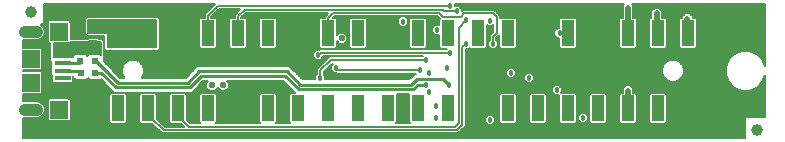
<source format=gtl>
G75*
%MOIN*%
%OFA0B0*%
%FSLAX24Y24*%
%IPPOS*%
%LPD*%
%AMOC8*
5,1,8,0,0,1.08239X$1,22.5*
%
%ADD10C,0.0397*%
%ADD11R,0.0531X0.0157*%
%ADD12R,0.0591X0.0591*%
%ADD13C,0.0397*%
%ADD14R,0.0276X0.0335*%
%ADD15R,0.0236X0.0236*%
%ADD16C,0.0394*%
%ADD17R,0.0433X0.0866*%
%ADD18C,0.0220*%
%ADD19C,0.0060*%
%ADD20C,0.0180*%
%ADD21C,0.0090*%
%ADD22C,0.0200*%
%ADD23C,0.0080*%
D10*
X000712Y014691D02*
X001108Y014691D01*
X001108Y017289D02*
X000712Y017289D01*
D11*
X001985Y016502D03*
X001985Y016246D03*
X001985Y015990D03*
X001985Y015734D03*
X001985Y015478D03*
D12*
X000922Y015596D03*
X000922Y016384D03*
X001867Y017289D03*
X001867Y014691D03*
D13*
X001107Y014691D03*
X000713Y014691D03*
X000713Y017289D03*
X001107Y017289D03*
D14*
X003003Y017466D03*
X003003Y016836D03*
D15*
X002583Y016834D03*
X002583Y017306D03*
X002570Y016302D03*
X003042Y016302D03*
X003060Y015930D03*
X002587Y015930D03*
D16*
X000922Y017959D03*
X025134Y014022D03*
D17*
X022823Y014740D03*
X021823Y014740D03*
X020823Y014740D03*
X019823Y014740D03*
X018823Y014740D03*
X017823Y014740D03*
X016823Y014740D03*
X015823Y014740D03*
X014823Y014740D03*
X013823Y014740D03*
X012823Y014740D03*
X011823Y014740D03*
X010823Y014740D03*
X009823Y014740D03*
X008823Y014740D03*
X007823Y014740D03*
X006823Y014740D03*
X005823Y014740D03*
X004823Y014740D03*
X003823Y014740D03*
X003823Y017240D03*
X004823Y017240D03*
X005823Y017240D03*
X006823Y017240D03*
X007823Y017240D03*
X008823Y017240D03*
X009823Y017240D03*
X010823Y017240D03*
X011823Y017240D03*
X012823Y017240D03*
X013823Y017240D03*
X014823Y017240D03*
X015823Y017240D03*
X016823Y017240D03*
X017823Y017240D03*
X018823Y017240D03*
X019823Y017240D03*
X020823Y017240D03*
X021823Y017240D03*
X022823Y017240D03*
D18*
X020173Y016780D03*
X018223Y016360D03*
X016373Y016510D03*
X015533Y016510D03*
X015513Y015470D03*
X016363Y015470D03*
X012473Y015780D03*
X011623Y015770D03*
X011283Y017070D03*
X012493Y017250D03*
X009323Y016830D03*
X007313Y016430D03*
X005883Y015990D03*
X006963Y015510D03*
X007323Y015510D03*
X008233Y015150D03*
X006153Y017260D03*
X005823Y017780D03*
X004323Y017490D03*
X004323Y017010D03*
X002583Y017550D03*
X002173Y015280D03*
X001793Y015280D03*
X023163Y014750D03*
D19*
X000658Y014413D02*
X000658Y013758D01*
X024711Y013758D01*
X024711Y014428D01*
X024728Y014445D01*
X025398Y014445D01*
X025398Y015849D01*
X025301Y015615D01*
X025115Y015429D01*
X024872Y015329D01*
X024609Y015329D01*
X024366Y015429D01*
X024180Y015615D01*
X024079Y015859D01*
X024079Y016122D01*
X024180Y016365D01*
X024366Y016551D01*
X024609Y016652D01*
X024872Y016652D01*
X025115Y016551D01*
X025301Y016365D01*
X025398Y016132D01*
X025398Y018222D01*
X020946Y018222D01*
X021003Y018165D01*
X021003Y017753D01*
X021073Y017753D01*
X021120Y017706D01*
X021120Y016774D01*
X021073Y016727D01*
X020574Y016727D01*
X020527Y016774D01*
X020527Y017706D01*
X020574Y017753D01*
X020643Y017753D01*
X020643Y018165D01*
X020701Y018222D01*
X015052Y018222D01*
X015053Y018221D01*
X015053Y018140D01*
X015194Y018140D01*
X015293Y018041D01*
X015293Y017996D01*
X015318Y018020D01*
X016369Y018020D01*
X016489Y017900D01*
X016553Y017836D01*
X016553Y017733D01*
X016574Y017753D01*
X017073Y017753D01*
X017120Y017706D01*
X017120Y016774D01*
X017073Y016727D01*
X016574Y016727D01*
X016527Y016774D01*
X016527Y017178D01*
X016489Y017140D01*
X016433Y017085D01*
X016433Y017021D01*
X016493Y016961D01*
X016493Y016820D01*
X016394Y016720D01*
X016253Y016720D01*
X016153Y016820D01*
X016153Y016961D01*
X016213Y017021D01*
X016213Y017176D01*
X016333Y017296D01*
X016333Y017540D01*
X016284Y017490D01*
X016143Y017490D01*
X016120Y017513D01*
X016120Y016774D01*
X016073Y016727D01*
X015574Y016727D01*
X015537Y016764D01*
X015494Y016720D01*
X015413Y016720D01*
X015413Y014145D01*
X015233Y013965D01*
X015169Y013900D01*
X005298Y013900D01*
X004971Y014227D01*
X004574Y014227D01*
X004527Y014274D01*
X004527Y015206D01*
X004574Y015253D01*
X005073Y015253D01*
X005120Y015206D01*
X005120Y014389D01*
X005389Y014120D01*
X006038Y014120D01*
X005931Y014227D01*
X005574Y014227D01*
X005527Y014274D01*
X005527Y015206D01*
X005574Y015253D01*
X006073Y015253D01*
X006120Y015206D01*
X006120Y014349D01*
X006229Y014240D01*
X006561Y014240D01*
X006527Y014274D01*
X006527Y015206D01*
X006574Y015253D01*
X007073Y015253D01*
X007120Y015206D01*
X007120Y014274D01*
X007086Y014240D01*
X008561Y014240D01*
X008527Y014274D01*
X008527Y015206D01*
X008574Y015253D01*
X009073Y015253D01*
X009120Y015206D01*
X009120Y014274D01*
X009086Y014240D01*
X009561Y014240D01*
X009527Y014274D01*
X009527Y015206D01*
X009574Y015253D01*
X009717Y015253D01*
X009667Y015303D01*
X009667Y015303D01*
X009330Y015640D01*
X007462Y015640D01*
X007513Y015589D01*
X007513Y015431D01*
X007402Y015320D01*
X007245Y015320D01*
X007143Y015421D01*
X007042Y015320D01*
X006885Y015320D01*
X006773Y015431D01*
X006773Y015589D01*
X006825Y015640D01*
X006667Y015640D01*
X006287Y015260D01*
X003690Y015260D01*
X003587Y015363D01*
X003250Y015700D01*
X003232Y015682D01*
X002888Y015682D01*
X002823Y015746D01*
X002759Y015682D01*
X002415Y015682D01*
X002339Y015758D01*
X002339Y015815D01*
X002338Y015815D01*
X002331Y015808D01*
X002331Y015622D01*
X002284Y015576D01*
X001686Y015576D01*
X001639Y015622D01*
X001639Y015808D01*
X001589Y015858D01*
X001589Y016289D01*
X001573Y016305D01*
X001573Y016914D01*
X001538Y016914D01*
X001491Y016961D01*
X001491Y017618D01*
X001538Y017665D01*
X002195Y017665D01*
X002242Y017618D01*
X002242Y017060D01*
X002809Y017060D01*
X002832Y017083D01*
X003174Y017083D01*
X003197Y017060D01*
X003289Y017060D01*
X003353Y016996D01*
X003353Y016305D01*
X003353Y016304D01*
X003897Y015760D01*
X004035Y015760D01*
X004013Y015783D01*
X003957Y015917D01*
X003957Y016063D01*
X004013Y016198D01*
X004116Y016301D01*
X004251Y016356D01*
X004396Y016356D01*
X004531Y016301D01*
X004634Y016198D01*
X004690Y016063D01*
X004690Y015917D01*
X004634Y015783D01*
X004611Y015760D01*
X006080Y015760D01*
X006357Y016038D01*
X006460Y016140D01*
X009537Y016140D01*
X009977Y015700D01*
X010393Y015700D01*
X010393Y015821D01*
X010453Y015881D01*
X010453Y016050D01*
X010524Y016120D01*
X010874Y016470D01*
X013983Y016470D01*
X013983Y016470D01*
X010673Y016470D01*
X010673Y016440D01*
X010574Y016340D01*
X010433Y016340D01*
X010333Y016440D01*
X010333Y016581D01*
X010433Y016680D01*
X010504Y016680D01*
X010534Y016710D01*
X014763Y016710D01*
X014780Y016727D01*
X014574Y016727D01*
X014527Y016774D01*
X014527Y017183D01*
X014524Y017180D01*
X014383Y017180D01*
X014283Y017280D01*
X014283Y017421D01*
X014383Y017520D01*
X014524Y017520D01*
X014527Y017517D01*
X014527Y017706D01*
X014549Y017729D01*
X014533Y017745D01*
X014081Y017745D01*
X014073Y017753D02*
X014120Y017706D01*
X014120Y016774D01*
X014073Y016727D01*
X013574Y016727D01*
X013527Y016774D01*
X013527Y017706D01*
X013574Y017753D01*
X014073Y017753D01*
X014120Y017687D02*
X014527Y017687D01*
X014533Y017745D02*
X014478Y017800D01*
X011029Y017800D01*
X010982Y017753D01*
X011073Y017753D01*
X011120Y017706D01*
X011120Y017175D01*
X011205Y017260D01*
X011362Y017260D01*
X011473Y017149D01*
X011473Y016991D01*
X011362Y016880D01*
X011205Y016880D01*
X011120Y016965D01*
X011120Y016774D01*
X011073Y016727D01*
X010574Y016727D01*
X010527Y016774D01*
X010527Y017706D01*
X010574Y017753D01*
X010713Y017753D01*
X010713Y017796D01*
X010838Y017920D01*
X008089Y017920D01*
X007933Y017765D01*
X007933Y017753D01*
X008073Y017753D01*
X008120Y017706D01*
X008120Y016774D01*
X008073Y016727D01*
X007574Y016727D01*
X007527Y016774D01*
X007527Y017706D01*
X007574Y017753D01*
X007713Y017753D01*
X007713Y017856D01*
X007898Y018040D01*
X007189Y018040D01*
X006933Y017785D01*
X006933Y017753D01*
X007073Y017753D01*
X007120Y017706D01*
X007120Y016774D01*
X007073Y016727D01*
X006574Y016727D01*
X006527Y016774D01*
X006527Y017706D01*
X006574Y017753D01*
X006713Y017753D01*
X006713Y017876D01*
X007033Y018196D01*
X007060Y018222D01*
X001346Y018222D01*
X001346Y017553D01*
X001328Y017535D01*
X001243Y017535D01*
X001266Y017525D01*
X001344Y017447D01*
X001387Y017345D01*
X001387Y017234D01*
X001344Y017132D01*
X001266Y017053D01*
X001164Y017011D01*
X000658Y017011D01*
X000658Y016759D01*
X001250Y016759D01*
X001297Y016712D01*
X001297Y016055D01*
X001250Y016009D01*
X000658Y016009D01*
X000658Y015972D01*
X001250Y015972D01*
X001297Y015925D01*
X001297Y015268D01*
X001250Y015221D01*
X000658Y015221D01*
X000658Y014969D01*
X001164Y014969D01*
X001266Y014927D01*
X001344Y014849D01*
X001387Y014746D01*
X001387Y014636D01*
X001344Y014533D01*
X001266Y014455D01*
X001164Y014413D01*
X000658Y014413D01*
X000658Y014411D02*
X001491Y014411D01*
X001491Y014363D02*
X001538Y014316D01*
X002195Y014316D01*
X002242Y014363D01*
X002242Y015019D01*
X002195Y015066D01*
X001538Y015066D01*
X001491Y015019D01*
X001491Y014363D01*
X001502Y014352D02*
X000658Y014352D01*
X000658Y014294D02*
X003527Y014294D01*
X003527Y014274D02*
X003574Y014227D01*
X004073Y014227D01*
X004120Y014274D01*
X004120Y015206D01*
X004073Y015253D01*
X003574Y015253D01*
X003527Y015206D01*
X003527Y014274D01*
X003566Y014235D02*
X000658Y014235D01*
X000658Y014177D02*
X005021Y014177D01*
X005080Y014118D02*
X000658Y014118D01*
X000658Y014060D02*
X005138Y014060D01*
X005197Y014001D02*
X000658Y014001D01*
X000658Y013943D02*
X005255Y013943D01*
X005343Y014010D02*
X004923Y014430D01*
X004923Y014640D01*
X004823Y014740D01*
X004527Y014762D02*
X004120Y014762D01*
X004120Y014820D02*
X004527Y014820D01*
X004527Y014879D02*
X004120Y014879D01*
X004120Y014937D02*
X004527Y014937D01*
X004527Y014996D02*
X004120Y014996D01*
X004120Y015054D02*
X004527Y015054D01*
X004527Y015113D02*
X004120Y015113D01*
X004120Y015171D02*
X004527Y015171D01*
X004550Y015230D02*
X004097Y015230D01*
X003662Y015288D02*
X001297Y015288D01*
X001297Y015347D02*
X003603Y015347D01*
X003545Y015405D02*
X001297Y015405D01*
X001297Y015464D02*
X003486Y015464D01*
X003428Y015522D02*
X001297Y015522D01*
X001297Y015581D02*
X001681Y015581D01*
X001639Y015639D02*
X001297Y015639D01*
X001297Y015698D02*
X001639Y015698D01*
X001639Y015756D02*
X001297Y015756D01*
X001297Y015815D02*
X001632Y015815D01*
X001589Y015873D02*
X001297Y015873D01*
X001290Y015932D02*
X001589Y015932D01*
X001589Y015990D02*
X000658Y015990D01*
X001290Y016049D02*
X001589Y016049D01*
X001589Y016107D02*
X001297Y016107D01*
X001297Y016166D02*
X001589Y016166D01*
X001589Y016224D02*
X001297Y016224D01*
X001297Y016283D02*
X001589Y016283D01*
X001573Y016341D02*
X001297Y016341D01*
X001297Y016400D02*
X001573Y016400D01*
X001573Y016458D02*
X001297Y016458D01*
X001297Y016517D02*
X001573Y016517D01*
X001573Y016575D02*
X001297Y016575D01*
X001297Y016634D02*
X001573Y016634D01*
X001573Y016692D02*
X001297Y016692D01*
X001259Y016751D02*
X001573Y016751D01*
X001573Y016809D02*
X000658Y016809D01*
X000658Y016868D02*
X001573Y016868D01*
X001526Y016926D02*
X000658Y016926D01*
X000658Y016985D02*
X001491Y016985D01*
X001491Y017043D02*
X001242Y017043D01*
X001314Y017102D02*
X001491Y017102D01*
X001491Y017160D02*
X001356Y017160D01*
X001381Y017219D02*
X001491Y017219D01*
X001491Y017277D02*
X001387Y017277D01*
X001387Y017336D02*
X001491Y017336D01*
X001491Y017394D02*
X001366Y017394D01*
X001339Y017453D02*
X001491Y017453D01*
X001491Y017511D02*
X001280Y017511D01*
X001346Y017570D02*
X001491Y017570D01*
X001502Y017628D02*
X001346Y017628D01*
X001346Y017687D02*
X002713Y017687D01*
X002713Y017716D02*
X002713Y017625D01*
X002713Y017205D01*
X002778Y017140D01*
X003373Y017140D01*
X003373Y016725D01*
X003438Y016660D01*
X005149Y016660D01*
X005213Y016725D01*
X005213Y017716D01*
X005149Y017780D01*
X002778Y017780D01*
X002713Y017716D01*
X002743Y017745D02*
X001346Y017745D01*
X001346Y017804D02*
X006713Y017804D01*
X006713Y017862D02*
X001346Y017862D01*
X001346Y017921D02*
X006758Y017921D01*
X006817Y017979D02*
X001346Y017979D01*
X001346Y018038D02*
X006875Y018038D01*
X006934Y018096D02*
X001346Y018096D01*
X001346Y018155D02*
X006992Y018155D01*
X007051Y018213D02*
X001346Y018213D01*
X002232Y017628D02*
X002713Y017628D01*
X002713Y017570D02*
X002242Y017570D01*
X002242Y017511D02*
X002713Y017511D01*
X002713Y017453D02*
X002242Y017453D01*
X002242Y017394D02*
X002713Y017394D01*
X002713Y017336D02*
X002242Y017336D01*
X002242Y017277D02*
X002713Y017277D01*
X002713Y017219D02*
X002242Y017219D01*
X002242Y017160D02*
X002758Y017160D01*
X002823Y017250D02*
X002823Y017670D01*
X005103Y017670D01*
X005103Y016770D01*
X003483Y016770D01*
X003483Y017250D01*
X002823Y017250D01*
X002823Y017277D02*
X005103Y017277D01*
X005103Y017219D02*
X003483Y017219D01*
X003483Y017160D02*
X005103Y017160D01*
X005103Y017102D02*
X003483Y017102D01*
X003483Y017043D02*
X005103Y017043D01*
X005103Y016985D02*
X003483Y016985D01*
X003483Y016926D02*
X005103Y016926D01*
X005103Y016868D02*
X003483Y016868D01*
X003483Y016809D02*
X005103Y016809D01*
X005213Y016809D02*
X006527Y016809D01*
X006527Y016868D02*
X005213Y016868D01*
X005213Y016926D02*
X006527Y016926D01*
X006527Y016985D02*
X005213Y016985D01*
X005213Y017043D02*
X006527Y017043D01*
X006527Y017102D02*
X005213Y017102D01*
X005213Y017160D02*
X006527Y017160D01*
X006527Y017219D02*
X005213Y017219D01*
X005213Y017277D02*
X006527Y017277D01*
X006527Y017336D02*
X005213Y017336D01*
X005213Y017394D02*
X006527Y017394D01*
X006527Y017453D02*
X005213Y017453D01*
X005213Y017511D02*
X006527Y017511D01*
X006527Y017570D02*
X005213Y017570D01*
X005213Y017628D02*
X006527Y017628D01*
X006527Y017687D02*
X005213Y017687D01*
X005184Y017745D02*
X006566Y017745D01*
X006823Y017830D02*
X007143Y018150D01*
X014883Y018150D01*
X015053Y018155D02*
X020643Y018155D01*
X020643Y018096D02*
X015238Y018096D01*
X015293Y018038D02*
X020643Y018038D01*
X020643Y017979D02*
X016410Y017979D01*
X016468Y017921D02*
X020643Y017921D01*
X020643Y017862D02*
X016527Y017862D01*
X016553Y017804D02*
X020643Y017804D01*
X020566Y017745D02*
X019081Y017745D01*
X019073Y017753D02*
X018574Y017753D01*
X018527Y017706D01*
X018527Y017420D01*
X018473Y017420D01*
X018373Y017321D01*
X018373Y017180D01*
X018473Y017080D01*
X018527Y017080D01*
X018527Y016774D01*
X018574Y016727D01*
X019073Y016727D01*
X019120Y016774D01*
X019120Y017706D01*
X019073Y017753D01*
X019120Y017687D02*
X020527Y017687D01*
X020527Y017628D02*
X019120Y017628D01*
X019120Y017570D02*
X020527Y017570D01*
X020527Y017511D02*
X019120Y017511D01*
X019120Y017453D02*
X020527Y017453D01*
X020527Y017394D02*
X019120Y017394D01*
X019120Y017336D02*
X020527Y017336D01*
X020527Y017277D02*
X019120Y017277D01*
X019120Y017219D02*
X020527Y017219D01*
X020527Y017160D02*
X019120Y017160D01*
X019120Y017102D02*
X020527Y017102D01*
X020527Y017043D02*
X019120Y017043D01*
X019120Y016985D02*
X020527Y016985D01*
X020527Y016926D02*
X019120Y016926D01*
X019120Y016868D02*
X020527Y016868D01*
X020527Y016809D02*
X019120Y016809D01*
X019097Y016751D02*
X020550Y016751D01*
X021097Y016751D02*
X021550Y016751D01*
X021527Y016774D02*
X021574Y016727D01*
X022073Y016727D01*
X022120Y016774D01*
X022120Y017706D01*
X022073Y017753D01*
X021963Y017753D01*
X021963Y017985D01*
X021858Y018090D01*
X021709Y018090D01*
X021603Y017985D01*
X021603Y017753D01*
X021574Y017753D01*
X021527Y017706D01*
X021527Y016774D01*
X021527Y016809D02*
X021120Y016809D01*
X021120Y016868D02*
X021527Y016868D01*
X021527Y016926D02*
X021120Y016926D01*
X021120Y016985D02*
X021527Y016985D01*
X021527Y017043D02*
X021120Y017043D01*
X021120Y017102D02*
X021527Y017102D01*
X021527Y017160D02*
X021120Y017160D01*
X021120Y017219D02*
X021527Y017219D01*
X021527Y017277D02*
X021120Y017277D01*
X021120Y017336D02*
X021527Y017336D01*
X021527Y017394D02*
X021120Y017394D01*
X021120Y017453D02*
X021527Y017453D01*
X021527Y017511D02*
X021120Y017511D01*
X021120Y017570D02*
X021527Y017570D01*
X021527Y017628D02*
X021120Y017628D01*
X021120Y017687D02*
X021527Y017687D01*
X021566Y017745D02*
X021081Y017745D01*
X021003Y017804D02*
X021603Y017804D01*
X021603Y017862D02*
X021003Y017862D01*
X021003Y017921D02*
X021603Y017921D01*
X021603Y017979D02*
X021003Y017979D01*
X021003Y018038D02*
X021656Y018038D01*
X021910Y018038D02*
X025398Y018038D01*
X025398Y018096D02*
X021003Y018096D01*
X021003Y018155D02*
X025398Y018155D01*
X025398Y018213D02*
X020955Y018213D01*
X020692Y018213D02*
X015053Y018213D01*
X015123Y017970D02*
X014703Y017970D01*
X014643Y018030D01*
X008043Y018030D01*
X007823Y017810D01*
X007823Y017240D01*
X007527Y017219D02*
X007120Y017219D01*
X007120Y017277D02*
X007527Y017277D01*
X007527Y017336D02*
X007120Y017336D01*
X007120Y017394D02*
X007527Y017394D01*
X007527Y017453D02*
X007120Y017453D01*
X007120Y017511D02*
X007527Y017511D01*
X007527Y017570D02*
X007120Y017570D01*
X007120Y017628D02*
X007527Y017628D01*
X007527Y017687D02*
X007120Y017687D01*
X007081Y017745D02*
X007566Y017745D01*
X007713Y017804D02*
X006952Y017804D01*
X007011Y017862D02*
X007720Y017862D01*
X007778Y017921D02*
X007069Y017921D01*
X007128Y017979D02*
X007837Y017979D01*
X007895Y018038D02*
X007186Y018038D01*
X006823Y017830D02*
X006823Y017240D01*
X007120Y017160D02*
X007527Y017160D01*
X007527Y017102D02*
X007120Y017102D01*
X007120Y017043D02*
X007527Y017043D01*
X007527Y016985D02*
X007120Y016985D01*
X007120Y016926D02*
X007527Y016926D01*
X007527Y016868D02*
X007120Y016868D01*
X007120Y016809D02*
X007527Y016809D01*
X007550Y016751D02*
X007097Y016751D01*
X006550Y016751D02*
X005213Y016751D01*
X005181Y016692D02*
X010516Y016692D01*
X010550Y016751D02*
X009097Y016751D01*
X009120Y016774D02*
X009120Y017706D01*
X009073Y017753D01*
X008574Y017753D01*
X008527Y017706D01*
X008527Y016774D01*
X008574Y016727D01*
X009073Y016727D01*
X009120Y016774D01*
X009120Y016809D02*
X010527Y016809D01*
X010527Y016868D02*
X009120Y016868D01*
X009120Y016926D02*
X010527Y016926D01*
X010527Y016985D02*
X009120Y016985D01*
X009120Y017043D02*
X010527Y017043D01*
X010527Y017102D02*
X009120Y017102D01*
X009120Y017160D02*
X010527Y017160D01*
X010527Y017219D02*
X009120Y017219D01*
X009120Y017277D02*
X010527Y017277D01*
X010527Y017336D02*
X009120Y017336D01*
X009120Y017394D02*
X010527Y017394D01*
X010527Y017453D02*
X009120Y017453D01*
X009120Y017511D02*
X010527Y017511D01*
X010527Y017570D02*
X009120Y017570D01*
X009120Y017628D02*
X010527Y017628D01*
X010527Y017687D02*
X009120Y017687D01*
X009081Y017745D02*
X010566Y017745D01*
X010721Y017804D02*
X007972Y017804D01*
X008031Y017862D02*
X010780Y017862D01*
X010823Y017750D02*
X010983Y017910D01*
X014523Y017910D01*
X014643Y017790D01*
X015243Y017790D01*
X015363Y017910D01*
X016323Y017910D01*
X016443Y017790D01*
X016443Y017250D01*
X016323Y017130D01*
X016323Y016890D01*
X016153Y016868D02*
X016120Y016868D01*
X016120Y016926D02*
X016153Y016926D01*
X016177Y016985D02*
X016120Y016985D01*
X016120Y017043D02*
X016213Y017043D01*
X016213Y017102D02*
X016120Y017102D01*
X016120Y017160D02*
X016213Y017160D01*
X016256Y017219D02*
X016120Y017219D01*
X016120Y017277D02*
X016315Y017277D01*
X016333Y017336D02*
X016120Y017336D01*
X016120Y017394D02*
X016333Y017394D01*
X016333Y017453D02*
X016120Y017453D01*
X016120Y017511D02*
X016122Y017511D01*
X016305Y017511D02*
X016333Y017511D01*
X016553Y017745D02*
X016566Y017745D01*
X017081Y017745D02*
X018566Y017745D01*
X018527Y017687D02*
X017120Y017687D01*
X017120Y017628D02*
X018527Y017628D01*
X018527Y017570D02*
X017120Y017570D01*
X017120Y017511D02*
X018527Y017511D01*
X018527Y017453D02*
X017120Y017453D01*
X017120Y017394D02*
X018447Y017394D01*
X018388Y017336D02*
X017120Y017336D01*
X017120Y017277D02*
X018373Y017277D01*
X018373Y017219D02*
X017120Y017219D01*
X017120Y017160D02*
X018393Y017160D01*
X018451Y017102D02*
X017120Y017102D01*
X017120Y017043D02*
X018527Y017043D01*
X018527Y016985D02*
X017120Y016985D01*
X017120Y016926D02*
X018527Y016926D01*
X018527Y016868D02*
X017120Y016868D01*
X017120Y016809D02*
X018527Y016809D01*
X018550Y016751D02*
X017097Y016751D01*
X016550Y016751D02*
X016424Y016751D01*
X016483Y016809D02*
X016527Y016809D01*
X016527Y016868D02*
X016493Y016868D01*
X016493Y016926D02*
X016527Y016926D01*
X016527Y016985D02*
X016469Y016985D01*
X016433Y017043D02*
X016527Y017043D01*
X016527Y017102D02*
X016450Y017102D01*
X016509Y017160D02*
X016527Y017160D01*
X016164Y016809D02*
X016120Y016809D01*
X016097Y016751D02*
X016222Y016751D01*
X015550Y016751D02*
X015524Y016751D01*
X015413Y016692D02*
X025398Y016692D01*
X025398Y016634D02*
X024916Y016634D01*
X025057Y016575D02*
X025398Y016575D01*
X025398Y016517D02*
X025150Y016517D01*
X025208Y016458D02*
X025398Y016458D01*
X025398Y016400D02*
X025267Y016400D01*
X025311Y016341D02*
X025398Y016341D01*
X025398Y016283D02*
X025336Y016283D01*
X025360Y016224D02*
X025398Y016224D01*
X025398Y016166D02*
X025384Y016166D01*
X025384Y015815D02*
X025398Y015815D01*
X025398Y015756D02*
X025360Y015756D01*
X025336Y015698D02*
X025398Y015698D01*
X025398Y015639D02*
X025311Y015639D01*
X025267Y015581D02*
X025398Y015581D01*
X025398Y015522D02*
X025208Y015522D01*
X025150Y015464D02*
X025398Y015464D01*
X025398Y015405D02*
X025057Y015405D01*
X024916Y015347D02*
X025398Y015347D01*
X025398Y015288D02*
X021003Y015288D01*
X021003Y015253D02*
X021003Y015405D01*
X024424Y015405D01*
X024332Y015464D02*
X020944Y015464D01*
X020898Y015510D02*
X020749Y015510D01*
X020643Y015405D01*
X020643Y015253D01*
X020574Y015253D01*
X020527Y015206D01*
X020527Y014274D01*
X020574Y014227D01*
X021073Y014227D01*
X021120Y014274D01*
X021120Y015206D01*
X021073Y015253D01*
X021003Y015253D01*
X021003Y015347D02*
X024566Y015347D01*
X024273Y015522D02*
X015413Y015522D01*
X015413Y015464D02*
X018336Y015464D01*
X018383Y015510D02*
X018283Y015411D01*
X018283Y015270D01*
X018383Y015170D01*
X018524Y015170D01*
X018527Y015173D01*
X018527Y014274D01*
X018574Y014227D01*
X019073Y014227D01*
X019120Y014274D01*
X019120Y015206D01*
X019073Y015253D01*
X018607Y015253D01*
X018623Y015270D01*
X018623Y015411D01*
X018524Y015510D01*
X018383Y015510D01*
X018283Y015405D02*
X015413Y015405D01*
X015413Y015347D02*
X018283Y015347D01*
X018283Y015288D02*
X015413Y015288D01*
X015413Y015230D02*
X016550Y015230D01*
X016527Y015206D02*
X016527Y014274D01*
X016574Y014227D01*
X017073Y014227D01*
X017120Y014274D01*
X017120Y015206D01*
X017073Y015253D01*
X016574Y015253D01*
X016527Y015206D01*
X016527Y015171D02*
X015413Y015171D01*
X015413Y015113D02*
X016527Y015113D01*
X016527Y015054D02*
X015413Y015054D01*
X015413Y014996D02*
X016527Y014996D01*
X016527Y014937D02*
X015413Y014937D01*
X015413Y014879D02*
X016527Y014879D01*
X016527Y014820D02*
X015413Y014820D01*
X015413Y014762D02*
X016527Y014762D01*
X016527Y014703D02*
X015413Y014703D01*
X015413Y014645D02*
X016527Y014645D01*
X016527Y014586D02*
X015413Y014586D01*
X015413Y014528D02*
X016527Y014528D01*
X016527Y014469D02*
X016345Y014469D01*
X016304Y014510D02*
X016163Y014510D01*
X016063Y014411D01*
X016063Y014270D01*
X016163Y014170D01*
X016304Y014170D01*
X016403Y014270D01*
X016403Y014411D01*
X016527Y014411D01*
X016527Y014352D02*
X016403Y014352D01*
X016403Y014294D02*
X016527Y014294D01*
X016566Y014235D02*
X016369Y014235D01*
X016310Y014177D02*
X024711Y014177D01*
X024711Y014235D02*
X022081Y014235D01*
X022073Y014227D02*
X022120Y014274D01*
X022120Y015206D01*
X022073Y015253D01*
X021574Y015253D01*
X021527Y015206D01*
X021527Y014274D01*
X021574Y014227D01*
X022073Y014227D01*
X022120Y014294D02*
X024711Y014294D01*
X024711Y014352D02*
X022120Y014352D01*
X022120Y014411D02*
X024711Y014411D01*
X025398Y014469D02*
X022120Y014469D01*
X022120Y014528D02*
X025398Y014528D01*
X025398Y014586D02*
X022120Y014586D01*
X022120Y014645D02*
X025398Y014645D01*
X025398Y014703D02*
X022120Y014703D01*
X022120Y014762D02*
X025398Y014762D01*
X025398Y014820D02*
X022120Y014820D01*
X022120Y014879D02*
X025398Y014879D01*
X025398Y014937D02*
X022120Y014937D01*
X022120Y014996D02*
X025398Y014996D01*
X025398Y015054D02*
X022120Y015054D01*
X022120Y015113D02*
X025398Y015113D01*
X025398Y015171D02*
X022120Y015171D01*
X022097Y015230D02*
X025398Y015230D01*
X024215Y015581D02*
X017604Y015581D01*
X017604Y015580D02*
X017703Y015680D01*
X017703Y015821D01*
X017604Y015920D01*
X017463Y015920D01*
X017363Y015821D01*
X017363Y015680D01*
X017463Y015580D01*
X017604Y015580D01*
X017663Y015639D02*
X022214Y015639D01*
X022251Y015624D02*
X022116Y015680D01*
X022013Y015783D01*
X021957Y015917D01*
X021957Y016063D01*
X022013Y016198D01*
X022116Y016301D01*
X022251Y016356D01*
X022396Y016356D01*
X022531Y016301D01*
X022634Y016198D01*
X022690Y016063D01*
X022690Y015917D01*
X022634Y015783D01*
X022531Y015680D01*
X022396Y015624D01*
X022251Y015624D01*
X022098Y015698D02*
X017703Y015698D01*
X017703Y015756D02*
X022039Y015756D01*
X022000Y015815D02*
X017703Y015815D01*
X017651Y015873D02*
X021975Y015873D01*
X021957Y015932D02*
X017093Y015932D01*
X017093Y015981D02*
X017093Y015840D01*
X016994Y015740D01*
X016853Y015740D01*
X016753Y015840D01*
X016753Y015981D01*
X016853Y016080D01*
X016994Y016080D01*
X017093Y015981D01*
X017084Y015990D02*
X021957Y015990D01*
X021957Y016049D02*
X017025Y016049D01*
X017093Y015873D02*
X017416Y015873D01*
X017363Y015815D02*
X017068Y015815D01*
X017010Y015756D02*
X017363Y015756D01*
X017363Y015698D02*
X015413Y015698D01*
X015413Y015756D02*
X016837Y015756D01*
X016778Y015815D02*
X015413Y015815D01*
X015413Y015873D02*
X016753Y015873D01*
X016753Y015932D02*
X015413Y015932D01*
X015413Y015990D02*
X016763Y015990D01*
X016821Y016049D02*
X015413Y016049D01*
X015413Y016107D02*
X021975Y016107D01*
X022000Y016166D02*
X015413Y016166D01*
X015413Y016224D02*
X022039Y016224D01*
X022098Y016283D02*
X015413Y016283D01*
X015413Y016341D02*
X022214Y016341D01*
X022433Y016341D02*
X024170Y016341D01*
X024146Y016283D02*
X022549Y016283D01*
X022607Y016224D02*
X024122Y016224D01*
X024097Y016166D02*
X022647Y016166D01*
X022671Y016107D02*
X024079Y016107D01*
X024079Y016049D02*
X022690Y016049D01*
X022690Y015990D02*
X024079Y015990D01*
X024079Y015932D02*
X022690Y015932D01*
X022671Y015873D02*
X024079Y015873D01*
X024097Y015815D02*
X022647Y015815D01*
X022607Y015756D02*
X024122Y015756D01*
X024146Y015698D02*
X022549Y015698D01*
X022433Y015639D02*
X024170Y015639D01*
X024215Y016400D02*
X015413Y016400D01*
X015413Y016458D02*
X024273Y016458D01*
X024332Y016517D02*
X015413Y016517D01*
X015413Y016575D02*
X024424Y016575D01*
X024566Y016634D02*
X015413Y016634D01*
X015303Y016770D02*
X015303Y014190D01*
X015123Y014010D01*
X005343Y014010D01*
X005332Y014177D02*
X005981Y014177D01*
X006183Y014130D02*
X005823Y014490D01*
X005823Y014740D01*
X005527Y014762D02*
X005120Y014762D01*
X005120Y014820D02*
X005527Y014820D01*
X005527Y014879D02*
X005120Y014879D01*
X005120Y014937D02*
X005527Y014937D01*
X005527Y014996D02*
X005120Y014996D01*
X005120Y015054D02*
X005527Y015054D01*
X005527Y015113D02*
X005120Y015113D01*
X005120Y015171D02*
X005527Y015171D01*
X005550Y015230D02*
X005097Y015230D01*
X005120Y014703D02*
X005527Y014703D01*
X005527Y014645D02*
X005120Y014645D01*
X005120Y014586D02*
X005527Y014586D01*
X005527Y014528D02*
X005120Y014528D01*
X005120Y014469D02*
X005527Y014469D01*
X005527Y014411D02*
X005120Y014411D01*
X005157Y014352D02*
X005527Y014352D01*
X005527Y014294D02*
X005215Y014294D01*
X005274Y014235D02*
X005566Y014235D01*
X006120Y014352D02*
X006527Y014352D01*
X006527Y014294D02*
X006175Y014294D01*
X006120Y014411D02*
X006527Y014411D01*
X006527Y014469D02*
X006120Y014469D01*
X006120Y014528D02*
X006527Y014528D01*
X006527Y014586D02*
X006120Y014586D01*
X006120Y014645D02*
X006527Y014645D01*
X006527Y014703D02*
X006120Y014703D01*
X006120Y014762D02*
X006527Y014762D01*
X006527Y014820D02*
X006120Y014820D01*
X006120Y014879D02*
X006527Y014879D01*
X006527Y014937D02*
X006120Y014937D01*
X006120Y014996D02*
X006527Y014996D01*
X006527Y015054D02*
X006120Y015054D01*
X006120Y015113D02*
X006527Y015113D01*
X006527Y015171D02*
X006120Y015171D01*
X006097Y015230D02*
X006550Y015230D01*
X006432Y015405D02*
X006800Y015405D01*
X006773Y015464D02*
X006490Y015464D01*
X006549Y015522D02*
X006773Y015522D01*
X006773Y015581D02*
X006607Y015581D01*
X006666Y015639D02*
X006824Y015639D01*
X006858Y015347D02*
X006373Y015347D01*
X006315Y015288D02*
X009682Y015288D01*
X009623Y015347D02*
X007429Y015347D01*
X007487Y015405D02*
X009565Y015405D01*
X009506Y015464D02*
X007513Y015464D01*
X007513Y015522D02*
X009448Y015522D01*
X009389Y015581D02*
X007513Y015581D01*
X007463Y015639D02*
X009331Y015639D01*
X009745Y015932D02*
X010453Y015932D01*
X010453Y015990D02*
X009687Y015990D01*
X009628Y016049D02*
X010453Y016049D01*
X010511Y016107D02*
X009570Y016107D01*
X009804Y015873D02*
X010446Y015873D01*
X010393Y015815D02*
X009862Y015815D01*
X009921Y015756D02*
X010393Y015756D01*
X010693Y015861D02*
X010693Y015950D01*
X010973Y016230D01*
X010983Y016230D01*
X010913Y016161D01*
X010913Y016020D01*
X011013Y015920D01*
X011084Y015920D01*
X011114Y015890D01*
X013763Y015890D01*
X013768Y015885D01*
X013715Y015885D01*
X013612Y015783D01*
X013530Y015700D01*
X010733Y015700D01*
X010733Y015821D01*
X010693Y015861D01*
X010693Y015873D02*
X013703Y015873D01*
X013644Y015815D02*
X010733Y015815D01*
X010733Y015756D02*
X013586Y015756D01*
X013527Y015200D02*
X013120Y015200D01*
X013120Y014274D01*
X013086Y014240D01*
X013561Y014240D01*
X013527Y014274D01*
X013527Y015200D01*
X013527Y015171D02*
X013120Y015171D01*
X013120Y015113D02*
X013527Y015113D01*
X013527Y015054D02*
X013120Y015054D01*
X013120Y014996D02*
X013527Y014996D01*
X013527Y014937D02*
X013120Y014937D01*
X013120Y014879D02*
X013527Y014879D01*
X013527Y014820D02*
X013120Y014820D01*
X013120Y014762D02*
X013527Y014762D01*
X013527Y014703D02*
X013120Y014703D01*
X013120Y014645D02*
X013527Y014645D01*
X013527Y014586D02*
X013120Y014586D01*
X013120Y014528D02*
X013527Y014528D01*
X013527Y014469D02*
X013120Y014469D01*
X013120Y014411D02*
X013527Y014411D01*
X013527Y014352D02*
X013120Y014352D01*
X013120Y014294D02*
X013527Y014294D01*
X015063Y014130D02*
X015183Y014250D01*
X015183Y017430D01*
X015423Y017670D01*
X014527Y017628D02*
X014120Y017628D01*
X014120Y017570D02*
X014527Y017570D01*
X014374Y017511D02*
X014120Y017511D01*
X014120Y017453D02*
X014315Y017453D01*
X014283Y017394D02*
X014120Y017394D01*
X014120Y017336D02*
X014283Y017336D01*
X014286Y017277D02*
X014120Y017277D01*
X014120Y017219D02*
X014344Y017219D01*
X014527Y017160D02*
X014120Y017160D01*
X014120Y017102D02*
X014527Y017102D01*
X014527Y017043D02*
X014120Y017043D01*
X014120Y016985D02*
X014527Y016985D01*
X014527Y016926D02*
X014120Y016926D01*
X014120Y016868D02*
X014527Y016868D01*
X014527Y016809D02*
X014120Y016809D01*
X014097Y016751D02*
X014550Y016751D01*
X015303Y016770D02*
X015423Y016890D01*
X013550Y016751D02*
X012097Y016751D01*
X012120Y016774D02*
X012120Y017706D01*
X012073Y017753D01*
X011574Y017753D01*
X011527Y017706D01*
X011527Y016774D01*
X011574Y016727D01*
X012073Y016727D01*
X012120Y016774D01*
X012120Y016809D02*
X013527Y016809D01*
X013527Y016868D02*
X012120Y016868D01*
X012120Y016926D02*
X013527Y016926D01*
X013527Y016985D02*
X012120Y016985D01*
X012120Y017043D02*
X013527Y017043D01*
X013527Y017102D02*
X012120Y017102D01*
X012120Y017160D02*
X013527Y017160D01*
X013527Y017219D02*
X012120Y017219D01*
X012120Y017277D02*
X013527Y017277D01*
X013527Y017336D02*
X012120Y017336D01*
X012120Y017394D02*
X013527Y017394D01*
X013527Y017453D02*
X012120Y017453D01*
X012120Y017511D02*
X013202Y017511D01*
X013153Y017560D02*
X013253Y017460D01*
X013394Y017460D01*
X013493Y017560D01*
X013493Y017701D01*
X013394Y017800D01*
X013253Y017800D01*
X013153Y017701D01*
X013153Y017560D01*
X013153Y017570D02*
X012120Y017570D01*
X012120Y017628D02*
X013153Y017628D01*
X013153Y017687D02*
X012120Y017687D01*
X012081Y017745D02*
X013198Y017745D01*
X013449Y017745D02*
X013566Y017745D01*
X013527Y017687D02*
X013493Y017687D01*
X013493Y017628D02*
X013527Y017628D01*
X013527Y017570D02*
X013493Y017570D01*
X013527Y017511D02*
X013445Y017511D01*
X011566Y017745D02*
X011081Y017745D01*
X011120Y017687D02*
X011527Y017687D01*
X011527Y017628D02*
X011120Y017628D01*
X011120Y017570D02*
X011527Y017570D01*
X011527Y017511D02*
X011120Y017511D01*
X011120Y017453D02*
X011527Y017453D01*
X011527Y017394D02*
X011120Y017394D01*
X011120Y017336D02*
X011527Y017336D01*
X011527Y017277D02*
X011120Y017277D01*
X011120Y017219D02*
X011163Y017219D01*
X011404Y017219D02*
X011527Y017219D01*
X011527Y017160D02*
X011462Y017160D01*
X011473Y017102D02*
X011527Y017102D01*
X011527Y017043D02*
X011473Y017043D01*
X011467Y016985D02*
X011527Y016985D01*
X011527Y016926D02*
X011408Y016926D01*
X011527Y016868D02*
X011120Y016868D01*
X011120Y016926D02*
X011159Y016926D01*
X011120Y016809D02*
X011527Y016809D01*
X011550Y016751D02*
X011097Y016751D01*
X010862Y016458D02*
X010673Y016458D01*
X010633Y016400D02*
X010803Y016400D01*
X010745Y016341D02*
X010575Y016341D01*
X010686Y016283D02*
X004549Y016283D01*
X004607Y016224D02*
X010628Y016224D01*
X010569Y016166D02*
X004647Y016166D01*
X004671Y016107D02*
X006427Y016107D01*
X006368Y016049D02*
X004690Y016049D01*
X004690Y015990D02*
X006310Y015990D01*
X006251Y015932D02*
X004690Y015932D01*
X004671Y015873D02*
X006193Y015873D01*
X006134Y015815D02*
X004647Y015815D01*
X004433Y016341D02*
X010432Y016341D01*
X010373Y016400D02*
X003353Y016400D01*
X003353Y016458D02*
X010333Y016458D01*
X010333Y016517D02*
X003353Y016517D01*
X003353Y016575D02*
X010333Y016575D01*
X010386Y016634D02*
X003353Y016634D01*
X003353Y016692D02*
X003406Y016692D01*
X003373Y016751D02*
X003353Y016751D01*
X003353Y016809D02*
X003373Y016809D01*
X003373Y016868D02*
X003353Y016868D01*
X003353Y016926D02*
X003373Y016926D01*
X003373Y016985D02*
X003353Y016985D01*
X003373Y017043D02*
X003306Y017043D01*
X003373Y017102D02*
X002242Y017102D01*
X002231Y016950D02*
X003243Y016950D01*
X003243Y016521D01*
X003214Y016551D01*
X002870Y016551D01*
X002806Y016486D01*
X002742Y016551D01*
X002398Y016551D01*
X002322Y016474D01*
X002322Y016437D01*
X002304Y016455D01*
X001683Y016455D01*
X001683Y016914D01*
X002195Y016914D01*
X002231Y016950D01*
X002207Y016926D02*
X003243Y016926D01*
X003243Y016868D02*
X001683Y016868D01*
X001683Y016809D02*
X003243Y016809D01*
X003243Y016751D02*
X001683Y016751D01*
X001683Y016692D02*
X003243Y016692D01*
X003243Y016634D02*
X001683Y016634D01*
X001683Y016575D02*
X003243Y016575D01*
X003353Y016341D02*
X004214Y016341D01*
X004098Y016283D02*
X003374Y016283D01*
X003433Y016224D02*
X004039Y016224D01*
X004000Y016166D02*
X003491Y016166D01*
X003550Y016107D02*
X003975Y016107D01*
X003957Y016049D02*
X003608Y016049D01*
X003667Y015990D02*
X003957Y015990D01*
X003957Y015932D02*
X003725Y015932D01*
X003784Y015873D02*
X003975Y015873D01*
X004000Y015815D02*
X003842Y015815D01*
X003369Y015581D02*
X002289Y015581D01*
X002331Y015639D02*
X003311Y015639D01*
X003252Y015698D02*
X003247Y015698D01*
X002872Y015698D02*
X002775Y015698D01*
X002400Y015698D02*
X002331Y015698D01*
X002331Y015756D02*
X002341Y015756D01*
X002338Y015815D02*
X002339Y015815D01*
X002322Y016458D02*
X001683Y016458D01*
X001683Y016517D02*
X002364Y016517D01*
X002776Y016517D02*
X002836Y016517D01*
X002823Y017336D02*
X005103Y017336D01*
X005103Y017394D02*
X002823Y017394D01*
X002823Y017453D02*
X005103Y017453D01*
X005103Y017511D02*
X002823Y017511D01*
X002823Y017570D02*
X005103Y017570D01*
X005103Y017628D02*
X002823Y017628D01*
X003550Y015230D02*
X001259Y015230D01*
X001242Y014937D02*
X001491Y014937D01*
X001491Y014879D02*
X001314Y014879D01*
X001356Y014820D02*
X001491Y014820D01*
X001491Y014762D02*
X001381Y014762D01*
X001387Y014703D02*
X001491Y014703D01*
X001491Y014645D02*
X001387Y014645D01*
X001366Y014586D02*
X001491Y014586D01*
X001491Y014528D02*
X001339Y014528D01*
X001280Y014469D02*
X001491Y014469D01*
X001491Y014996D02*
X000658Y014996D01*
X000658Y015054D02*
X001526Y015054D01*
X002207Y015054D02*
X003527Y015054D01*
X003527Y014996D02*
X002242Y014996D01*
X002242Y014937D02*
X003527Y014937D01*
X003527Y014879D02*
X002242Y014879D01*
X002242Y014820D02*
X003527Y014820D01*
X003527Y014762D02*
X002242Y014762D01*
X002242Y014703D02*
X003527Y014703D01*
X003527Y014645D02*
X002242Y014645D01*
X002242Y014586D02*
X003527Y014586D01*
X003527Y014528D02*
X002242Y014528D01*
X002242Y014469D02*
X003527Y014469D01*
X003527Y014411D02*
X002242Y014411D01*
X002232Y014352D02*
X003527Y014352D01*
X004081Y014235D02*
X004566Y014235D01*
X004527Y014294D02*
X004120Y014294D01*
X004120Y014352D02*
X004527Y014352D01*
X004527Y014411D02*
X004120Y014411D01*
X004120Y014469D02*
X004527Y014469D01*
X004527Y014528D02*
X004120Y014528D01*
X004120Y014586D02*
X004527Y014586D01*
X004527Y014645D02*
X004120Y014645D01*
X004120Y014703D02*
X004527Y014703D01*
X003527Y015113D02*
X000658Y015113D01*
X000658Y015171D02*
X003527Y015171D01*
X006183Y014130D02*
X015063Y014130D01*
X015211Y013943D02*
X024711Y013943D01*
X024711Y014001D02*
X015270Y014001D01*
X015328Y014060D02*
X024711Y014060D01*
X024711Y014118D02*
X015387Y014118D01*
X015413Y014177D02*
X016156Y014177D01*
X016098Y014235D02*
X015413Y014235D01*
X015413Y014294D02*
X016063Y014294D01*
X016063Y014352D02*
X015413Y014352D01*
X015413Y014411D02*
X016063Y014411D01*
X016122Y014469D02*
X015413Y014469D01*
X016304Y014510D02*
X016403Y014411D01*
X017081Y014235D02*
X017566Y014235D01*
X017574Y014227D02*
X017527Y014274D01*
X017527Y015206D01*
X017574Y015253D01*
X018073Y015253D01*
X018120Y015206D01*
X018120Y014274D01*
X018073Y014227D01*
X017574Y014227D01*
X017527Y014294D02*
X017120Y014294D01*
X017120Y014352D02*
X017527Y014352D01*
X017527Y014411D02*
X017120Y014411D01*
X017120Y014469D02*
X017527Y014469D01*
X017527Y014528D02*
X017120Y014528D01*
X017120Y014586D02*
X017527Y014586D01*
X017527Y014645D02*
X017120Y014645D01*
X017120Y014703D02*
X017527Y014703D01*
X017527Y014762D02*
X017120Y014762D01*
X017120Y014820D02*
X017527Y014820D01*
X017527Y014879D02*
X017120Y014879D01*
X017120Y014937D02*
X017527Y014937D01*
X017527Y014996D02*
X017120Y014996D01*
X017120Y015054D02*
X017527Y015054D01*
X017527Y015113D02*
X017120Y015113D01*
X017120Y015171D02*
X017527Y015171D01*
X017550Y015230D02*
X017097Y015230D01*
X017462Y015581D02*
X015413Y015581D01*
X015413Y015639D02*
X017404Y015639D01*
X018097Y015230D02*
X018323Y015230D01*
X018382Y015171D02*
X018120Y015171D01*
X018120Y015113D02*
X018527Y015113D01*
X018525Y015171D02*
X018527Y015171D01*
X018527Y015054D02*
X018120Y015054D01*
X018120Y014996D02*
X018527Y014996D01*
X018527Y014937D02*
X018120Y014937D01*
X018120Y014879D02*
X018527Y014879D01*
X018527Y014820D02*
X018120Y014820D01*
X018120Y014762D02*
X018527Y014762D01*
X018527Y014703D02*
X018120Y014703D01*
X018120Y014645D02*
X018527Y014645D01*
X018527Y014586D02*
X018120Y014586D01*
X018120Y014528D02*
X018527Y014528D01*
X018527Y014469D02*
X018120Y014469D01*
X018120Y014411D02*
X018527Y014411D01*
X018527Y014352D02*
X018120Y014352D01*
X018120Y014294D02*
X018527Y014294D01*
X018566Y014235D02*
X018081Y014235D01*
X019081Y014235D02*
X019566Y014235D01*
X019574Y014227D02*
X019527Y014274D01*
X019527Y015206D01*
X019574Y015253D01*
X020073Y015253D01*
X020120Y015206D01*
X020120Y014274D01*
X020073Y014227D01*
X019574Y014227D01*
X019527Y014294D02*
X019437Y014294D01*
X019394Y014250D02*
X019493Y014350D01*
X019493Y014491D01*
X019394Y014590D01*
X019253Y014590D01*
X019153Y014491D01*
X019153Y014350D01*
X019253Y014250D01*
X019394Y014250D01*
X019493Y014352D02*
X019527Y014352D01*
X019527Y014411D02*
X019493Y014411D01*
X019493Y014469D02*
X019527Y014469D01*
X019527Y014528D02*
X019456Y014528D01*
X019398Y014586D02*
X019527Y014586D01*
X019527Y014645D02*
X019120Y014645D01*
X019120Y014703D02*
X019527Y014703D01*
X019527Y014762D02*
X019120Y014762D01*
X019120Y014820D02*
X019527Y014820D01*
X019527Y014879D02*
X019120Y014879D01*
X019120Y014937D02*
X019527Y014937D01*
X019527Y014996D02*
X019120Y014996D01*
X019120Y015054D02*
X019527Y015054D01*
X019527Y015113D02*
X019120Y015113D01*
X019120Y015171D02*
X019527Y015171D01*
X019550Y015230D02*
X019097Y015230D01*
X018623Y015288D02*
X020643Y015288D01*
X020643Y015347D02*
X018623Y015347D01*
X018623Y015405D02*
X020644Y015405D01*
X020702Y015464D02*
X018570Y015464D01*
X020097Y015230D02*
X020550Y015230D01*
X020527Y015171D02*
X020120Y015171D01*
X020120Y015113D02*
X020527Y015113D01*
X020527Y015054D02*
X020120Y015054D01*
X020120Y014996D02*
X020527Y014996D01*
X020527Y014937D02*
X020120Y014937D01*
X020120Y014879D02*
X020527Y014879D01*
X020527Y014820D02*
X020120Y014820D01*
X020120Y014762D02*
X020527Y014762D01*
X020527Y014703D02*
X020120Y014703D01*
X020120Y014645D02*
X020527Y014645D01*
X020527Y014586D02*
X020120Y014586D01*
X020120Y014528D02*
X020527Y014528D01*
X020527Y014469D02*
X020120Y014469D01*
X020120Y014411D02*
X020527Y014411D01*
X020527Y014352D02*
X020120Y014352D01*
X020120Y014294D02*
X020527Y014294D01*
X020566Y014235D02*
X020081Y014235D01*
X019209Y014294D02*
X019120Y014294D01*
X019120Y014352D02*
X019153Y014352D01*
X019153Y014411D02*
X019120Y014411D01*
X019120Y014469D02*
X019153Y014469D01*
X019120Y014528D02*
X019190Y014528D01*
X019249Y014586D02*
X019120Y014586D01*
X020898Y015510D02*
X021003Y015405D01*
X021097Y015230D02*
X021550Y015230D01*
X021527Y015171D02*
X021120Y015171D01*
X021120Y015113D02*
X021527Y015113D01*
X021527Y015054D02*
X021120Y015054D01*
X021120Y014996D02*
X021527Y014996D01*
X021527Y014937D02*
X021120Y014937D01*
X021120Y014879D02*
X021527Y014879D01*
X021527Y014820D02*
X021120Y014820D01*
X021120Y014762D02*
X021527Y014762D01*
X021527Y014703D02*
X021120Y014703D01*
X021120Y014645D02*
X021527Y014645D01*
X021527Y014586D02*
X021120Y014586D01*
X021120Y014528D02*
X021527Y014528D01*
X021527Y014469D02*
X021120Y014469D01*
X021120Y014411D02*
X021527Y014411D01*
X021527Y014352D02*
X021120Y014352D01*
X021120Y014294D02*
X021527Y014294D01*
X021566Y014235D02*
X021081Y014235D01*
X024711Y013884D02*
X000658Y013884D01*
X000658Y013826D02*
X024711Y013826D01*
X024711Y013767D02*
X000658Y013767D01*
X007120Y014294D02*
X008527Y014294D01*
X008527Y014352D02*
X007120Y014352D01*
X007120Y014411D02*
X008527Y014411D01*
X008527Y014469D02*
X007120Y014469D01*
X007120Y014528D02*
X008527Y014528D01*
X008527Y014586D02*
X007120Y014586D01*
X007120Y014645D02*
X008527Y014645D01*
X008527Y014703D02*
X007120Y014703D01*
X007120Y014762D02*
X008527Y014762D01*
X008527Y014820D02*
X007120Y014820D01*
X007120Y014879D02*
X008527Y014879D01*
X008527Y014937D02*
X007120Y014937D01*
X007120Y014996D02*
X008527Y014996D01*
X008527Y015054D02*
X007120Y015054D01*
X007120Y015113D02*
X008527Y015113D01*
X008527Y015171D02*
X007120Y015171D01*
X007097Y015230D02*
X008550Y015230D01*
X009097Y015230D02*
X009550Y015230D01*
X009527Y015171D02*
X009120Y015171D01*
X009120Y015113D02*
X009527Y015113D01*
X009527Y015054D02*
X009120Y015054D01*
X009120Y014996D02*
X009527Y014996D01*
X009527Y014937D02*
X009120Y014937D01*
X009120Y014879D02*
X009527Y014879D01*
X009527Y014820D02*
X009120Y014820D01*
X009120Y014762D02*
X009527Y014762D01*
X009527Y014703D02*
X009120Y014703D01*
X009120Y014645D02*
X009527Y014645D01*
X009527Y014586D02*
X009120Y014586D01*
X009120Y014528D02*
X009527Y014528D01*
X009527Y014469D02*
X009120Y014469D01*
X009120Y014411D02*
X009527Y014411D01*
X009527Y014352D02*
X009120Y014352D01*
X009120Y014294D02*
X009527Y014294D01*
X007218Y015347D02*
X007069Y015347D01*
X007127Y015405D02*
X007160Y015405D01*
X008097Y016751D02*
X008550Y016751D01*
X008527Y016809D02*
X008120Y016809D01*
X008120Y016868D02*
X008527Y016868D01*
X008527Y016926D02*
X008120Y016926D01*
X008120Y016985D02*
X008527Y016985D01*
X008527Y017043D02*
X008120Y017043D01*
X008120Y017102D02*
X008527Y017102D01*
X008527Y017160D02*
X008120Y017160D01*
X008120Y017219D02*
X008527Y017219D01*
X008527Y017277D02*
X008120Y017277D01*
X008120Y017336D02*
X008527Y017336D01*
X008527Y017394D02*
X008120Y017394D01*
X008120Y017453D02*
X008527Y017453D01*
X008527Y017511D02*
X008120Y017511D01*
X008120Y017570D02*
X008527Y017570D01*
X008527Y017628D02*
X008120Y017628D01*
X008120Y017687D02*
X008527Y017687D01*
X008566Y017745D02*
X008081Y017745D01*
X010823Y017750D02*
X010823Y017240D01*
X010967Y016224D02*
X010977Y016224D01*
X010918Y016166D02*
X010909Y016166D01*
X010913Y016107D02*
X010850Y016107D01*
X010792Y016049D02*
X010913Y016049D01*
X010943Y015990D02*
X010733Y015990D01*
X010693Y015932D02*
X011001Y015932D01*
X018543Y017250D02*
X018813Y017250D01*
X018823Y017240D01*
X021783Y017280D02*
X021823Y017240D01*
X022120Y017219D02*
X022527Y017219D01*
X022527Y017277D02*
X022120Y017277D01*
X022120Y017336D02*
X022527Y017336D01*
X022527Y017394D02*
X022120Y017394D01*
X022120Y017453D02*
X022527Y017453D01*
X022527Y017511D02*
X022120Y017511D01*
X022120Y017570D02*
X022527Y017570D01*
X022527Y017628D02*
X022120Y017628D01*
X022120Y017687D02*
X022527Y017687D01*
X022527Y017706D02*
X022527Y016774D01*
X022574Y016727D01*
X023073Y016727D01*
X023120Y016774D01*
X023120Y017706D01*
X023073Y017753D01*
X022983Y017753D01*
X022983Y017805D01*
X022878Y017910D01*
X022729Y017910D01*
X022623Y017805D01*
X022623Y017753D01*
X022574Y017753D01*
X022527Y017706D01*
X022566Y017745D02*
X022081Y017745D01*
X021963Y017804D02*
X022623Y017804D01*
X022681Y017862D02*
X021963Y017862D01*
X021963Y017921D02*
X025398Y017921D01*
X025398Y017979D02*
X021963Y017979D01*
X022926Y017862D02*
X025398Y017862D01*
X025398Y017804D02*
X022983Y017804D01*
X023081Y017745D02*
X025398Y017745D01*
X025398Y017687D02*
X023120Y017687D01*
X023120Y017628D02*
X025398Y017628D01*
X025398Y017570D02*
X023120Y017570D01*
X023120Y017511D02*
X025398Y017511D01*
X025398Y017453D02*
X023120Y017453D01*
X023120Y017394D02*
X025398Y017394D01*
X025398Y017336D02*
X023120Y017336D01*
X023120Y017277D02*
X025398Y017277D01*
X025398Y017219D02*
X023120Y017219D01*
X023120Y017160D02*
X025398Y017160D01*
X025398Y017102D02*
X023120Y017102D01*
X023120Y017043D02*
X025398Y017043D01*
X025398Y016985D02*
X023120Y016985D01*
X023120Y016926D02*
X025398Y016926D01*
X025398Y016868D02*
X023120Y016868D01*
X023120Y016809D02*
X025398Y016809D01*
X025398Y016751D02*
X023097Y016751D01*
X022550Y016751D02*
X022097Y016751D01*
X022120Y016809D02*
X022527Y016809D01*
X022527Y016868D02*
X022120Y016868D01*
X022120Y016926D02*
X022527Y016926D01*
X022527Y016985D02*
X022120Y016985D01*
X022120Y017043D02*
X022527Y017043D01*
X022527Y017102D02*
X022120Y017102D01*
X022120Y017160D02*
X022527Y017160D01*
X022803Y017260D02*
X022823Y017240D01*
D20*
X022803Y017730D03*
X021783Y017910D03*
X020823Y018090D03*
X018543Y017250D03*
X017563Y016750D03*
X016323Y016890D03*
X015423Y016890D03*
X014883Y016590D03*
X014803Y016070D03*
X014183Y015910D03*
X013883Y016010D03*
X014103Y016350D03*
X014863Y015520D03*
X014193Y015270D03*
X014093Y015510D03*
X014433Y014820D03*
X014433Y014400D03*
X013333Y014610D03*
X011083Y016090D03*
X010563Y015750D03*
X010503Y016510D03*
X010623Y017840D03*
X013323Y017630D03*
X014453Y017350D03*
X015123Y017970D03*
X014883Y018150D03*
X015423Y017670D03*
X015733Y018080D03*
X016213Y017660D03*
X016923Y015910D03*
X017533Y015750D03*
X018443Y015650D03*
X018453Y015340D03*
X019323Y014420D03*
X020823Y015330D03*
X024544Y014022D03*
X025134Y014612D03*
X025134Y017959D03*
X016943Y014080D03*
X016233Y014340D03*
X001512Y017959D03*
X000922Y014022D03*
D21*
X003267Y015930D02*
X003762Y015435D01*
X006214Y015435D01*
X006594Y015815D01*
X009402Y015815D01*
X009842Y015375D01*
X013664Y015375D01*
X013809Y015510D01*
X014093Y015510D01*
X013787Y015710D02*
X014673Y015710D01*
X014863Y015520D01*
X013787Y015710D02*
X013602Y015525D01*
X009904Y015525D01*
X009464Y015965D01*
X006532Y015965D01*
X006152Y015585D01*
X003824Y015585D01*
X003107Y016302D01*
X003042Y016302D01*
X002570Y016302D02*
X002570Y016246D01*
X001985Y016246D01*
X001985Y015990D02*
X002587Y015990D01*
X002587Y015930D01*
X003060Y015930D02*
X003267Y015930D01*
D22*
X020823Y015330D02*
X020823Y014740D01*
X020823Y017240D02*
X020823Y018090D01*
X021783Y017910D02*
X021783Y017280D01*
X022803Y017260D02*
X022803Y017730D01*
D23*
X014883Y016590D02*
X010583Y016590D01*
X010503Y016510D01*
X010923Y016350D02*
X010573Y016000D01*
X010573Y015760D01*
X010563Y015750D01*
X011083Y016090D02*
X011163Y016010D01*
X013883Y016010D01*
X014103Y016350D02*
X010923Y016350D01*
M02*

</source>
